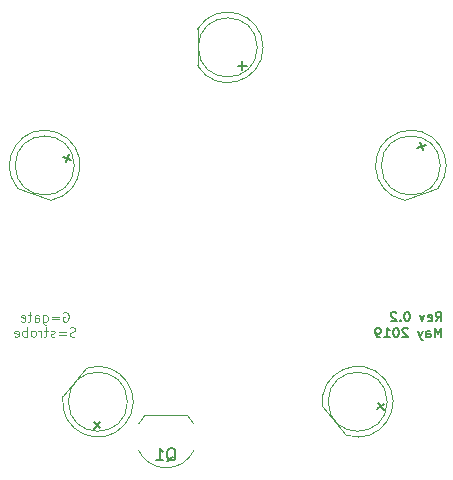
<source format=gbo>
G04 #@! TF.FileFunction,Legend,Bot*
%FSLAX46Y46*%
G04 Gerber Fmt 4.6, Leading zero omitted, Abs format (unit mm)*
G04 Created by KiCad (PCBNEW 4.0.6) date 05/21/19 14:25:24*
%MOMM*%
%LPD*%
G01*
G04 APERTURE LIST*
%ADD10C,0.100000*%
%ADD11C,0.150000*%
%ADD12C,0.120000*%
G04 APERTURE END LIST*
D10*
X153080952Y-92450000D02*
X153157143Y-92411905D01*
X153271428Y-92411905D01*
X153385714Y-92450000D01*
X153461905Y-92526190D01*
X153500000Y-92602381D01*
X153538095Y-92754762D01*
X153538095Y-92869048D01*
X153500000Y-93021429D01*
X153461905Y-93097619D01*
X153385714Y-93173810D01*
X153271428Y-93211905D01*
X153195238Y-93211905D01*
X153080952Y-93173810D01*
X153042857Y-93135714D01*
X153042857Y-92869048D01*
X153195238Y-92869048D01*
X152700000Y-92792857D02*
X152090476Y-92792857D01*
X152090476Y-93021429D02*
X152700000Y-93021429D01*
X151366667Y-92678571D02*
X151366667Y-93326190D01*
X151404762Y-93402381D01*
X151442857Y-93440476D01*
X151519048Y-93478571D01*
X151633333Y-93478571D01*
X151709524Y-93440476D01*
X151366667Y-93173810D02*
X151442857Y-93211905D01*
X151595238Y-93211905D01*
X151671429Y-93173810D01*
X151709524Y-93135714D01*
X151747619Y-93059524D01*
X151747619Y-92830952D01*
X151709524Y-92754762D01*
X151671429Y-92716667D01*
X151595238Y-92678571D01*
X151442857Y-92678571D01*
X151366667Y-92716667D01*
X150642857Y-93211905D02*
X150642857Y-92792857D01*
X150680952Y-92716667D01*
X150757142Y-92678571D01*
X150909523Y-92678571D01*
X150985714Y-92716667D01*
X150642857Y-93173810D02*
X150719047Y-93211905D01*
X150909523Y-93211905D01*
X150985714Y-93173810D01*
X151023809Y-93097619D01*
X151023809Y-93021429D01*
X150985714Y-92945238D01*
X150909523Y-92907143D01*
X150719047Y-92907143D01*
X150642857Y-92869048D01*
X150376190Y-92678571D02*
X150071428Y-92678571D01*
X150261904Y-92411905D02*
X150261904Y-93097619D01*
X150223809Y-93173810D01*
X150147618Y-93211905D01*
X150071428Y-93211905D01*
X149499999Y-93173810D02*
X149576189Y-93211905D01*
X149728570Y-93211905D01*
X149804761Y-93173810D01*
X149842856Y-93097619D01*
X149842856Y-92792857D01*
X149804761Y-92716667D01*
X149728570Y-92678571D01*
X149576189Y-92678571D01*
X149499999Y-92716667D01*
X149461904Y-92792857D01*
X149461904Y-92869048D01*
X149842856Y-92945238D01*
X154090476Y-94473810D02*
X153976190Y-94511905D01*
X153785714Y-94511905D01*
X153709524Y-94473810D01*
X153671428Y-94435714D01*
X153633333Y-94359524D01*
X153633333Y-94283333D01*
X153671428Y-94207143D01*
X153709524Y-94169048D01*
X153785714Y-94130952D01*
X153938095Y-94092857D01*
X154014286Y-94054762D01*
X154052381Y-94016667D01*
X154090476Y-93940476D01*
X154090476Y-93864286D01*
X154052381Y-93788095D01*
X154014286Y-93750000D01*
X153938095Y-93711905D01*
X153747619Y-93711905D01*
X153633333Y-93750000D01*
X153290476Y-94092857D02*
X152680952Y-94092857D01*
X152680952Y-94321429D02*
X153290476Y-94321429D01*
X152338095Y-94473810D02*
X152261905Y-94511905D01*
X152109524Y-94511905D01*
X152033333Y-94473810D01*
X151995238Y-94397619D01*
X151995238Y-94359524D01*
X152033333Y-94283333D01*
X152109524Y-94245238D01*
X152223809Y-94245238D01*
X152300000Y-94207143D01*
X152338095Y-94130952D01*
X152338095Y-94092857D01*
X152300000Y-94016667D01*
X152223809Y-93978571D01*
X152109524Y-93978571D01*
X152033333Y-94016667D01*
X151766667Y-93978571D02*
X151461905Y-93978571D01*
X151652381Y-93711905D02*
X151652381Y-94397619D01*
X151614286Y-94473810D01*
X151538095Y-94511905D01*
X151461905Y-94511905D01*
X151195238Y-94511905D02*
X151195238Y-93978571D01*
X151195238Y-94130952D02*
X151157143Y-94054762D01*
X151119047Y-94016667D01*
X151042857Y-93978571D01*
X150966666Y-93978571D01*
X150585714Y-94511905D02*
X150661905Y-94473810D01*
X150700000Y-94435714D01*
X150738095Y-94359524D01*
X150738095Y-94130952D01*
X150700000Y-94054762D01*
X150661905Y-94016667D01*
X150585714Y-93978571D01*
X150471428Y-93978571D01*
X150395238Y-94016667D01*
X150357143Y-94054762D01*
X150319047Y-94130952D01*
X150319047Y-94359524D01*
X150357143Y-94435714D01*
X150395238Y-94473810D01*
X150471428Y-94511905D01*
X150585714Y-94511905D01*
X149976190Y-94511905D02*
X149976190Y-93711905D01*
X149976190Y-94016667D02*
X149899999Y-93978571D01*
X149747618Y-93978571D01*
X149671428Y-94016667D01*
X149633333Y-94054762D01*
X149595237Y-94130952D01*
X149595237Y-94359524D01*
X149633333Y-94435714D01*
X149671428Y-94473810D01*
X149747618Y-94511905D01*
X149899999Y-94511905D01*
X149976190Y-94473810D01*
X148947618Y-94473810D02*
X149023808Y-94511905D01*
X149176189Y-94511905D01*
X149252380Y-94473810D01*
X149290475Y-94397619D01*
X149290475Y-94092857D01*
X149252380Y-94016667D01*
X149176189Y-93978571D01*
X149023808Y-93978571D01*
X148947618Y-94016667D01*
X148909523Y-94092857D01*
X148909523Y-94169048D01*
X149290475Y-94245238D01*
D11*
X184602381Y-93186905D02*
X184869048Y-92805952D01*
X185059524Y-93186905D02*
X185059524Y-92386905D01*
X184754762Y-92386905D01*
X184678571Y-92425000D01*
X184640476Y-92463095D01*
X184602381Y-92539286D01*
X184602381Y-92653571D01*
X184640476Y-92729762D01*
X184678571Y-92767857D01*
X184754762Y-92805952D01*
X185059524Y-92805952D01*
X183954762Y-93148810D02*
X184030952Y-93186905D01*
X184183333Y-93186905D01*
X184259524Y-93148810D01*
X184297619Y-93072619D01*
X184297619Y-92767857D01*
X184259524Y-92691667D01*
X184183333Y-92653571D01*
X184030952Y-92653571D01*
X183954762Y-92691667D01*
X183916667Y-92767857D01*
X183916667Y-92844048D01*
X184297619Y-92920238D01*
X183650000Y-92653571D02*
X183459524Y-93186905D01*
X183269048Y-92653571D01*
X182202381Y-92386905D02*
X182126190Y-92386905D01*
X182050000Y-92425000D01*
X182011905Y-92463095D01*
X181973809Y-92539286D01*
X181935714Y-92691667D01*
X181935714Y-92882143D01*
X181973809Y-93034524D01*
X182011905Y-93110714D01*
X182050000Y-93148810D01*
X182126190Y-93186905D01*
X182202381Y-93186905D01*
X182278571Y-93148810D01*
X182316667Y-93110714D01*
X182354762Y-93034524D01*
X182392857Y-92882143D01*
X182392857Y-92691667D01*
X182354762Y-92539286D01*
X182316667Y-92463095D01*
X182278571Y-92425000D01*
X182202381Y-92386905D01*
X181592857Y-93110714D02*
X181554762Y-93148810D01*
X181592857Y-93186905D01*
X181630952Y-93148810D01*
X181592857Y-93110714D01*
X181592857Y-93186905D01*
X181250000Y-92463095D02*
X181211905Y-92425000D01*
X181135714Y-92386905D01*
X180945238Y-92386905D01*
X180869048Y-92425000D01*
X180830952Y-92463095D01*
X180792857Y-92539286D01*
X180792857Y-92615476D01*
X180830952Y-92729762D01*
X181288095Y-93186905D01*
X180792857Y-93186905D01*
X185059524Y-94536905D02*
X185059524Y-93736905D01*
X184792857Y-94308333D01*
X184526190Y-93736905D01*
X184526190Y-94536905D01*
X183802381Y-94536905D02*
X183802381Y-94117857D01*
X183840476Y-94041667D01*
X183916666Y-94003571D01*
X184069047Y-94003571D01*
X184145238Y-94041667D01*
X183802381Y-94498810D02*
X183878571Y-94536905D01*
X184069047Y-94536905D01*
X184145238Y-94498810D01*
X184183333Y-94422619D01*
X184183333Y-94346429D01*
X184145238Y-94270238D01*
X184069047Y-94232143D01*
X183878571Y-94232143D01*
X183802381Y-94194048D01*
X183497618Y-94003571D02*
X183307142Y-94536905D01*
X183116666Y-94003571D02*
X183307142Y-94536905D01*
X183383333Y-94727381D01*
X183421428Y-94765476D01*
X183497618Y-94803571D01*
X182240475Y-93813095D02*
X182202380Y-93775000D01*
X182126189Y-93736905D01*
X181935713Y-93736905D01*
X181859523Y-93775000D01*
X181821427Y-93813095D01*
X181783332Y-93889286D01*
X181783332Y-93965476D01*
X181821427Y-94079762D01*
X182278570Y-94536905D01*
X181783332Y-94536905D01*
X181288094Y-93736905D02*
X181211903Y-93736905D01*
X181135713Y-93775000D01*
X181097618Y-93813095D01*
X181059522Y-93889286D01*
X181021427Y-94041667D01*
X181021427Y-94232143D01*
X181059522Y-94384524D01*
X181097618Y-94460714D01*
X181135713Y-94498810D01*
X181211903Y-94536905D01*
X181288094Y-94536905D01*
X181364284Y-94498810D01*
X181402380Y-94460714D01*
X181440475Y-94384524D01*
X181478570Y-94232143D01*
X181478570Y-94041667D01*
X181440475Y-93889286D01*
X181402380Y-93813095D01*
X181364284Y-93775000D01*
X181288094Y-93736905D01*
X180259522Y-94536905D02*
X180716665Y-94536905D01*
X180488094Y-94536905D02*
X180488094Y-93736905D01*
X180564284Y-93851190D01*
X180640475Y-93927381D01*
X180716665Y-93965476D01*
X179878570Y-94536905D02*
X179726189Y-94536905D01*
X179649998Y-94498810D01*
X179611903Y-94460714D01*
X179535712Y-94346429D01*
X179497617Y-94194048D01*
X179497617Y-93889286D01*
X179535712Y-93813095D01*
X179573808Y-93775000D01*
X179649998Y-93736905D01*
X179802379Y-93736905D01*
X179878570Y-93775000D01*
X179916665Y-93813095D01*
X179954760Y-93889286D01*
X179954760Y-94079762D01*
X179916665Y-94155952D01*
X179878570Y-94194048D01*
X179802379Y-94232143D01*
X179649998Y-94232143D01*
X179573808Y-94194048D01*
X179535712Y-94155952D01*
X179497617Y-94079762D01*
D12*
X181476926Y-77190477D02*
G75*
G02X184827237Y-81877250I1023074J-2809523D01*
G01*
X181477794Y-77190161D02*
G75*
G03X181923906Y-82933976I1022206J-2809839D01*
G01*
X185000000Y-80000000D02*
G75*
G03X185000000Y-80000000I-2500000J0D01*
G01*
X184827397Y-81877192D02*
X181923746Y-82934034D01*
X158290770Y-101921581D02*
G75*
G02X153045929Y-99537872I-2290770J1921581D01*
G01*
X158290176Y-101922289D02*
G75*
G03X155031924Y-97171055I-2290176J1922289D01*
G01*
X158500000Y-100000000D02*
G75*
G03X158500000Y-100000000I-2500000J0D01*
G01*
X153045819Y-99538002D02*
X155032033Y-97170925D01*
X152522206Y-77190161D02*
G75*
G02X152076094Y-82933976I-1022206J-2809839D01*
G01*
X152523074Y-77190477D02*
G75*
G03X149172763Y-81877250I-1023074J-2809523D01*
G01*
X154000000Y-80000000D02*
G75*
G03X154000000Y-80000000I-2500000J0D01*
G01*
X152076254Y-82934034D02*
X149172603Y-81877192D01*
X169990000Y-69999538D02*
G75*
G02X164440000Y-71544830I-2990000J-462D01*
G01*
X169990000Y-70000462D02*
G75*
G03X164440000Y-68455170I-2990000J462D01*
G01*
X169500000Y-70000000D02*
G75*
G03X169500000Y-70000000I-2500000J0D01*
G01*
X164440000Y-71545000D02*
X164440000Y-68455000D01*
X180290176Y-98077711D02*
G75*
G02X177031924Y-102828945I-2290176J-1922289D01*
G01*
X180290770Y-98078419D02*
G75*
G03X175045929Y-100462128I-2290770J-1921581D01*
G01*
X180500000Y-100000000D02*
G75*
G03X180500000Y-100000000I-2500000J0D01*
G01*
X177032033Y-102829075D02*
X175045819Y-100461998D01*
X159990000Y-101150000D02*
X163590000Y-101150000D01*
X159465816Y-101877205D02*
G75*
G02X159990000Y-101150000I2324184J-1122795D01*
G01*
X159433600Y-104098807D02*
G75*
G03X161790000Y-105600000I2356400J1098807D01*
G01*
X164146400Y-104098807D02*
G75*
G02X161790000Y-105600000I-2356400J1098807D01*
G01*
X164114184Y-101877205D02*
G75*
G03X163590000Y-101150000I-2324184J-1122795D01*
G01*
D11*
X183552026Y-78713556D02*
X183291439Y-77997599D01*
X183063755Y-78485870D02*
X183779711Y-78225284D01*
X156223965Y-102239284D02*
X155640312Y-101749541D01*
X155687267Y-102286238D02*
X156177010Y-101702585D01*
X153527639Y-79023660D02*
X153267052Y-79739617D01*
X153755323Y-79511932D02*
X153039366Y-79251345D01*
X168610952Y-71571429D02*
X167849047Y-71571429D01*
X168229999Y-71952381D02*
X168229999Y-71190476D01*
X180244156Y-100168285D02*
X179660503Y-100658028D01*
X180197200Y-100704983D02*
X179707457Y-100121330D01*
X161845238Y-105047619D02*
X161940476Y-105000000D01*
X162035714Y-104904762D01*
X162178571Y-104761905D01*
X162273810Y-104714286D01*
X162369048Y-104714286D01*
X162321429Y-104952381D02*
X162416667Y-104904762D01*
X162511905Y-104809524D01*
X162559524Y-104619048D01*
X162559524Y-104285714D01*
X162511905Y-104095238D01*
X162416667Y-104000000D01*
X162321429Y-103952381D01*
X162130952Y-103952381D01*
X162035714Y-104000000D01*
X161940476Y-104095238D01*
X161892857Y-104285714D01*
X161892857Y-104619048D01*
X161940476Y-104809524D01*
X162035714Y-104904762D01*
X162130952Y-104952381D01*
X162321429Y-104952381D01*
X160940476Y-104952381D02*
X161511905Y-104952381D01*
X161226191Y-104952381D02*
X161226191Y-103952381D01*
X161321429Y-104095238D01*
X161416667Y-104190476D01*
X161511905Y-104238095D01*
M02*

</source>
